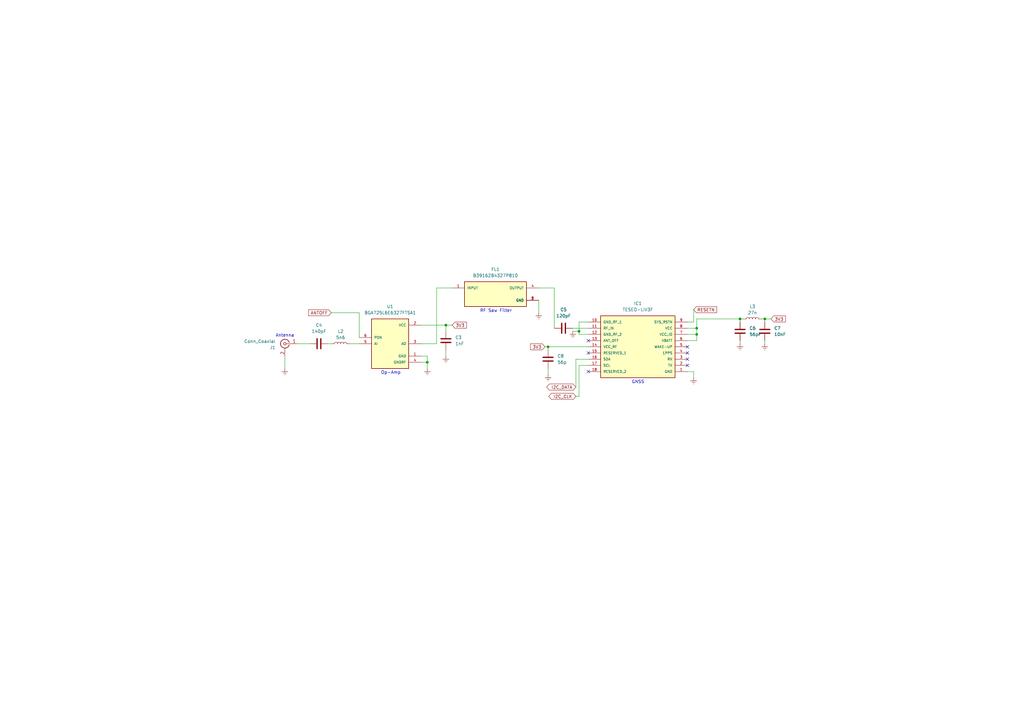
<source format=kicad_sch>
(kicad_sch (version 20230121) (generator eeschema)
  (paper "A3")
  (title_block (title "TESEO-LIV3F") (date "2023-09-20") (rev "A") (company "Illinois Space Society"))
  (lib_symbols
    (symbol "B39162B4327P810:B39162B4327P810" (pin_names (offset 1.016))
      (property "Reference" "FL" (at -12.7 5.588 0))
      (property "Value" "B39162B4327P810" (at -12.7 -7.62 0))
      (symbol "B39162B4327P810_0_0"
        (rectangle (start -12.7 -5.08) (end 12.7 5.08) (stroke (width 0.254)) (fill (type background)))
        (pin input line (at -17.78 2.54 0) (length 5.08) (name "INPUT") (number "1"))
        (pin power_in line (at 17.78 -2.54 180) (length 5.08) (name "GND") (number "2"))
        (pin power_in line (at 17.78 -2.54 180) (length 5.08) (name "GND") (number "3"))
        (pin output line (at 17.78 2.54 180) (length 5.08) (name "OUTPUT") (number "4"))
        (pin power_in line (at 17.78 -2.54 180) (length 5.08) (name "GND") (number "5"))
      )
    )
    (symbol "BGA725L6E6327FTSA1:BGA725L6E6327FTSA1" (pin_names (offset 1.016))
      (property "Reference" "U" (at -7.62 10.668 0))
      (property "Value" "BGA725L6E6327FTSA1" (at -7.62 -12.7 0))
      (symbol "BGA725L6E6327FTSA1_0_0"
        (rectangle (start -7.62 -10.16) (end 7.62 10.16) (stroke (width 0.254)) (fill (type background)))
        (pin power_in line (at 12.7 -5.08 180) (length 5.08) (name "GND") (number "1"))
        (pin power_in line (at 12.7 7.62 180) (length 5.08) (name "VCC") (number "2"))
        (pin output line (at 12.7 0 180) (length 5.08) (name "AO") (number "3"))
        (pin power_in line (at 12.7 -7.62 180) (length 5.08) (name "GNDRF") (number "4"))
        (pin input line (at -12.7 0 0) (length 5.08) (name "AI") (number "5"))
        (pin input line (at -12.7 2.54 0) (length 5.08) (name "PON") (number "6"))
      )
    )
    (symbol "Connector:Conn_Coaxial" (pin_names (offset 1.016) hide)
      (property "Reference" "J" (at 0.254 3.048 0))
      (property "Value" "Conn_Coaxial" (at 2.921 0 90))
      (symbol "Conn_Coaxial_0_1"
        (arc (start -1.778 -0.508) (mid 0.2311 -1.8066) (end 1.778 0) (stroke (width 0.254)))
        (polyline (pts (xy -2.54 0) (xy -0.508 0)))
        (polyline (pts (xy 0 -2.54) (xy 0 -1.778)))
        (circle (center 0 0) (radius 0.508) (stroke (width 0.2032)))
        (arc (start 1.778 0) (mid 0.2099 1.8101) (end -1.778 0.508) (stroke (width 0.254)))
      )
      (symbol "Conn_Coaxial_1_1"
        (pin passive line (at -5.08 0 0) (length 2.54) (name "In") (number "1"))
        (pin passive line (at 0 -5.08 90) (length 2.54) (name "Ext") (number "2"))
      )
    )
    (symbol "Device:C" (pin_numbers hide) (pin_names (offset 0.254))
      (property "Reference" "C" (at 0.635 2.54 0))
      (property "Value" "C" (at 0.635 -2.54 0))
      (symbol "C_0_1"
        (polyline (pts (xy -2.032 -0.762) (xy 2.032 -0.762)) (stroke (width 0.508)))
        (polyline (pts (xy -2.032 0.762) (xy 2.032 0.762)) (stroke (width 0.508)))
      )
      (symbol "C_1_1"
        (pin passive line (at 0 3.81 270) (length 2.794) (name "~") (number "1"))
        (pin passive line (at 0 -3.81 90) (length 2.794) (name "~") (number "2"))
      )
    )
    (symbol "Device:L" (pin_numbers hide) (pin_names (offset 1.016) hide)
      (property "Reference" "L" (at -1.27 0 90))
      (property "Value" "L" (at 1.905 0 90))
      (symbol "L_0_1"
        (arc (start 0 -2.54) (mid 0.6323 -1.905) (end 0 -1.27))
        (arc (start 0 -1.27) (mid 0.6323 -0.635) (end 0 0))
        (arc (start 0 0) (mid 0.6323 0.635) (end 0 1.27))
        (arc (start 0 1.27) (mid 0.6323 1.905) (end 0 2.54))
      )
      (symbol "L_1_1"
        (pin passive line (at 0 3.81 270) (length 1.27) (name "1") (number "1"))
        (pin passive line (at 0 -3.81 90) (length 1.27) (name "2") (number "2"))
      )
    )
    (symbol "TESEO-LIV3F:TESEO-LIV3F" (pin_names (offset 1.016))
      (property "Reference" "IC" (at 6.35 5.08 0))
      (property "Value" "TESEO-LIV3F" (at 26.67 -25.4 0))
      (symbol "TESEO-LIV3F_0_0"
        (rectangle (start 5.08 -22.86) (end 35.56 2.54) (stroke (width 0.254)) (fill (type background)))
        (pin bidirectional line (at 0 0 0) (length 5.08) (name "GND") (number "1"))
        (pin bidirectional line (at 40.64 -20.32 180) (length 5.08) (name "GND_RF_1") (number "10"))
        (pin bidirectional line (at 40.64 -17.78 180) (length 5.08) (name "RF_IN") (number "11"))
        (pin bidirectional line (at 40.64 -15.24 180) (length 5.08) (name "GND_RF_2") (number "12"))
        (pin bidirectional line (at 40.64 -12.7 180) (length 5.08) (name "ANT_OFF") (number "13"))
        (pin bidirectional line (at 40.64 -10.16 180) (length 5.08) (name "VCC_RF") (number "14"))
        (pin bidirectional line (at 40.64 -7.62 180) (length 5.08) (name "RESERVED_1") (number "15"))
        (pin bidirectional line (at 40.64 -5.08 180) (length 5.08) (name "SDA") (number "16"))
        (pin bidirectional line (at 40.64 -2.54 180) (length 5.08) (name "SCL") (number "17"))
        (pin bidirectional line (at 40.64 0 180) (length 5.08) (name "RESERVED_2") (number "18"))
        (pin bidirectional line (at 0 -2.54 0) (length 5.08) (name "TX") (number "2"))
        (pin bidirectional line (at 0 -5.08 0) (length 5.08) (name "RX") (number "3"))
        (pin bidirectional line (at 0 -7.62 0) (length 5.08) (name "1PPS") (number "4"))
        (pin bidirectional line (at 0 -10.16 0) (length 5.08) (name "WAKE-UP") (number "5"))
        (pin bidirectional line (at 0 -12.7 0) (length 5.08) (name "VBATT") (number "6"))
        (pin bidirectional line (at 0 -15.24 0) (length 5.08) (name "VCC_IO") (number "7"))
        (pin bidirectional line (at 0 -17.78 0) (length 5.08) (name "VCC") (number "8"))
        (pin bidirectional line (at 0 -20.32 0) (length 5.08) (name "SYS_RSTN") (number "9"))
      )
    )
    (symbol "power:Earth" (power) (pin_names (offset 0))
      (symbol "Earth_0_1"
        (polyline (pts (xy -0.635 -1.905) (xy 0.635 -1.905)))
        (polyline (pts (xy -0.127 -2.54) (xy 0.127 -2.54)))
        (polyline (pts (xy 0 -1.27) (xy 0 0)))
        (polyline (pts (xy 1.27 -1.27) (xy -1.27 -1.27)))
      )
      (symbol "Earth_1_1"
        (pin power_in line (at 0 0 270) (length 0) hide (name "Earth") (number "1"))
      )
    )
    (symbol "power:GNDREF" (power) (pin_names (offset 0))
      (property "Value" "GNDREF" (at 0 -3.81 0))
      (symbol "GNDREF_0_1"
        (polyline (pts (xy -0.635 -1.905) (xy 0.635 -1.905)))
        (polyline (pts (xy -0.127 -2.54) (xy 0.127 -2.54)))
        (polyline (pts (xy 0 -1.27) (xy 0 0)))
        (polyline (pts (xy 1.27 -1.27) (xy -1.27 -1.27)))
      )
      (symbol "GNDREF_1_1"
        (pin power_in line (at 0 0 270) (length 0) hide (name "GNDREF") (number "1"))
      )
    )
  )
  (junction (at 285.75 134.62))
  (junction (at 224.79 142.24))
  (junction (at 182.88 133.35))
  (junction (at 237.49 135.89))
  (junction (at 303.53 130.81))
  (junction (at 285.75 137.16))
  (junction (at 175.26 148.59))
  (junction (at 313.69 130.81))
  (no_connect (at 241.3 139.7))
  (no_connect (at 281.94 149.86))
  (no_connect (at 281.94 142.24))
  (no_connect (at 241.3 144.78))
  (no_connect (at 281.94 144.78))
  (no_connect (at 281.94 147.32))
  (no_connect (at 241.3 152.4))
  (wire (pts (xy 147.32 128.27) (xy 147.32 138.43)))
  (wire (pts (xy 172.72 146.05) (xy 175.26 146.05)))
  (wire (pts (xy 285.75 137.16) (xy 285.75 139.7)))
  (wire (pts (xy 175.26 146.05) (xy 175.26 148.59)))
  (wire (pts (xy 224.79 142.24) (xy 224.79 143.51)))
  (wire (pts (xy 237.49 149.86) (xy 241.3 149.86)))
  (wire (pts (xy 313.69 139.7) (xy 313.69 140.97)))
  (wire (pts (xy 227.33 118.11) (xy 227.33 134.62)))
  (wire (pts (xy 312.42 130.81) (xy 313.69 130.81)))
  (wire (pts (xy 172.72 133.35) (xy 182.88 133.35)))
  (wire (pts (xy 303.53 139.7) (xy 303.53 140.97)))
  (wire (pts (xy 285.75 137.16) (xy 281.94 137.16)))
  (wire (pts (xy 220.98 118.11) (xy 227.33 118.11)))
  (wire (pts (xy 135.89 128.27) (xy 147.32 128.27)))
  (wire (pts (xy 313.69 130.81) (xy 316.23 130.81)))
  (wire (pts (xy 179.07 140.97) (xy 179.07 118.11)))
  (wire (pts (xy 236.22 162.56) (xy 237.49 162.56)))
  (wire (pts (xy 303.53 130.81) (xy 304.8 130.81)))
  (wire (pts (xy 224.79 142.24) (xy 241.3 142.24)))
  (wire (pts (xy 285.75 139.7) (xy 281.94 139.7)))
  (wire (pts (xy 223.52 142.24) (xy 224.79 142.24)))
  (wire (pts (xy 285.75 134.62) (xy 285.75 137.16)))
  (wire (pts (xy 116.84 146.05) (xy 116.84 151.13)))
  (wire (pts (xy 234.95 134.62) (xy 241.3 134.62)))
  (wire (pts (xy 284.48 132.08) (xy 281.94 132.08)))
  (wire (pts (xy 179.07 118.11) (xy 185.42 118.11)))
  (wire (pts (xy 313.69 130.81) (xy 313.69 132.08)))
  (wire (pts (xy 237.49 137.16) (xy 241.3 137.16)))
  (wire (pts (xy 284.48 152.4) (xy 284.48 154.94)))
  (wire (pts (xy 285.75 130.81) (xy 285.75 134.62)))
  (wire (pts (xy 143.51 140.97) (xy 147.32 140.97)))
  (wire (pts (xy 281.94 134.62) (xy 285.75 134.62)))
  (wire (pts (xy 220.98 123.19) (xy 220.98 128.27)))
  (wire (pts (xy 134.62 140.97) (xy 135.89 140.97)))
  (wire (pts (xy 285.75 130.81) (xy 303.53 130.81)))
  (wire (pts (xy 236.22 147.32) (xy 241.3 147.32)))
  (wire (pts (xy 236.22 158.75) (xy 236.22 147.32)))
  (wire (pts (xy 172.72 140.97) (xy 179.07 140.97)))
  (wire (pts (xy 241.3 132.08) (xy 237.49 132.08)))
  (wire (pts (xy 237.49 135.89) (xy 237.49 137.16)))
  (wire (pts (xy 182.88 133.35) (xy 182.88 135.89)))
  (wire (pts (xy 175.26 148.59) (xy 175.26 151.13)))
  (wire (pts (xy 237.49 132.08) (xy 237.49 135.89)))
  (wire (pts (xy 224.79 151.13) (xy 224.79 153.67)))
  (wire (pts (xy 284.48 127) (xy 284.48 132.08)))
  (wire (pts (xy 303.53 130.81) (xy 303.53 132.08)))
  (wire (pts (xy 234.95 135.89) (xy 237.49 135.89)))
  (wire (pts (xy 182.88 133.35) (xy 185.42 133.35)))
  (wire (pts (xy 237.49 162.56) (xy 237.49 149.86)))
  (wire (pts (xy 281.94 152.4) (xy 284.48 152.4)))
  (wire (pts (xy 172.72 148.59) (xy 175.26 148.59)))
  (wire (pts (xy 182.88 143.51) (xy 182.88 146.05)))
  (wire (pts (xy 121.92 140.97) (xy 127 140.97)))
  (text "Antenna" (at 113.03 138.43 0) (effects (font (size 1.27 1.27)) (justify left bottom)))
  (text "RF Saw Filter" (at 196.85 128.27 0) (effects (font (size 1.27 1.27)) (justify left bottom)))
  (text "Op-Amp" (at 156.21 153.67 0) (effects (font (size 1.27 1.27)) (justify left bottom)))
  (text "GNSS" (at 259.08 157.48 0) (effects (font (size 1.27 1.27)) (justify left bottom)))
  (global_label "3V3" (shape input) (at 223.52 142.24 180) (property "Intersheetrefs" "${INTERSHEET_REFS}" (effects hide)))
  (global_label "3V3" (shape input) (at 316.23 130.81 0) (property "Intersheetrefs" "${INTERSHEET_REFS}" (effects hide)))
  (global_label "ANTOFF" (shape input) (at 135.89 128.27 180) (property "Intersheetrefs" "${INTERSHEET_REFS}" (effects hide)))
  (global_label "3V3" (shape input) (at 185.42 133.35 0) (property "Intersheetrefs" "${INTERSHEET_REFS}" (effects hide)))
  (global_label "I2C_CLK" (shape bidirectional) (at 236.22 162.56 180) (property "Intersheetrefs" "${INTERSHEET_REFS}" (effects hide)))
  (global_label "RESETN" (shape input) (at 284.48 127 0) (property "Intersheetrefs" "${INTERSHEET_REFS}" (effects hide)))
  (global_label "I2C_DATA" (shape bidirectional) (at 236.22 158.75 180) (property "Intersheetrefs" "${INTERSHEET_REFS}" (effects hide)))
  (symbol (lib_id "Device:C") (at 182.88 139.7 180) (unit 1)
    (property "Reference" "C3" (at 186.69 138.43 0) (effects (justify right)))
    (property "Value" "1nF" (at 186.69 140.97 0) (effects (justify right)))
    (property "Footprint" "Capacitor_SMD:C_0603_1608Metric_Pad1.08x0.95mm_HandSolder" (effects hide))
  )
  (symbol (lib_id "power:Earth") (at 220.98 128.27 0) (unit 1)
    (property "Reference" "#PWR012" (effects hide))
    (property "Value" "Earth" (effects hide))
  )
  (symbol (lib_id "Device:C") (at 303.53 135.89 0) (unit 1)
    (property "Reference" "C6" (at 307.34 134.62 0) (effects (justify left)))
    (property "Value" "56pF" (at 307.34 137.16 0) (effects (justify left)))
    (property "Footprint" "Capacitor_SMD:C_0603_1608Metric_Pad1.08x0.95mm_HandSolder" (effects hide))
  )
  (symbol (lib_id "Device:C") (at 313.69 135.89 0) (unit 1)
    (property "Reference" "C7" (at 317.5 134.62 0) (effects (justify left)))
    (property "Value" "10nF" (at 317.5 137.16 0) (effects (justify left)))
    (property "Footprint" "Capacitor_SMD:C_0603_1608Metric_Pad1.08x0.95mm_HandSolder" (effects hide))
  )
  (symbol (lib_id "Device:L") (at 308.61 130.81 90) (unit 1)
    (property "Reference" "L3" (at 308.61 125.73 90))
    (property "Value" "27n" (at 308.61 128.27 90))
    (property "Footprint" "Inductor_SMD:L_0603_1608Metric_Pad1.05x0.95mm_HandSolder" (effects hide))
  )
  (symbol (lib_id "Device:C") (at 231.14 134.62 90) (unit 1)
    (property "Reference" "C5" (at 231.14 127 90))
    (property "Value" "120pF" (at 231.14 129.54 90))
    (property "Footprint" "Capacitor_SMD:C_0603_1608Metric_Pad1.08x0.95mm_HandSolder" (effects hide))
  )
  (symbol (lib_id "power:Earth") (at 224.79 153.67 0) (unit 1)
    (property "Reference" "#PWR03" (effects hide))
    (property "Value" "Earth" (effects hide))
  )
  (symbol (lib_id "Device:C") (at 130.81 140.97 90) (unit 1)
    (property "Reference" "C4" (at 130.81 133.35 90))
    (property "Value" "140pF" (at 130.81 135.89 90))
    (property "Footprint" "Capacitor_SMD:C_0603_1608Metric_Pad1.08x0.95mm_HandSolder" (effects hide))
  )
  (symbol (lib_id "power:Earth") (at 313.69 140.97 0) (unit 1)
    (property "Reference" "#PWR05" (effects hide))
    (property "Value" "Earth" (effects hide))
  )
  (symbol (lib_id "power:Earth") (at 182.88 146.05 0) (unit 1)
    (property "Reference" "#PWR011" (effects hide))
    (property "Value" "Earth" (effects hide))
  )
  (symbol (lib_id "TESEO-LIV3F:TESEO-LIV3F") (at 281.94 152.4 180) (unit 1)
    (property "Reference" "IC1" (at 261.62 124.46 0))
    (property "Value" "TESEO-LIV3F" (at 261.62 127 0))
    (property "Footprint" "TESEO_LIV3F:SON110P970X1010X230-18N" (effects hide))
    (property "MANUFACTURER_NAME" "STMicroelectronics" (effects hide))
    (property "MF" "STMicroelectronics" (effects hide))
    (property "MOUSER_PRICE-STOCK" "https://www.mouser.com/Search/Refine.aspx?Keyword=511-TESEO-LIV3F" (effects hide))
    (property "DESCRIPTION" "GPS Modules Tiny GNSS module" (effects hide))
    (property "MOUSER_PART_NUMBER" "511-TESEO-LIV3F" (effects hide))
    (property "Price" "None" (effects hide))
    (property "Package" "SMD-18 STMicroelectronics" (effects hide))
    (property "Check_prices" "https://www.snapeda.com/parts/TESEO-LIV3F/STMicroelectronics/view-part/?ref=eda" (effects hide))
    (property "HEIGHT" "2.3mm" (effects hide))
    (property "SnapEDA_Link" "https://www.snapeda.com/parts/TESEO-LIV3F/STMicroelectronics/view-part/?ref=snap" (effects hide))
    (property "MP" "TESEO-LIV3F" (effects hide))
    (property "Purchase-URL" "https://www.snapeda.com/api/url_track_click_mouser/?unipart_id=1474256&manufacturer=STMicroelectronics&part_name=TESEO-LIV3F&search_term=teseo-liv3f" (effects hide))
    (property "Description" "\nseries RF Receiver BeiDou, Galileo, GLONASS, GNSS, GPS 1.575GHz -163dBm - - 18-LCC (9.7x10.1)\n" (effects hide))
    (property "Availability" "In Stock" (effects hide))
    (property "MANUFACTURER_PART_NUMBER" "TESEO-LIV3F" (effects hide))
    (instances (project "MIDAS-MK1" (path "" (reference "IC1") (unit 1)) (path "" (reference "IC2") (unit 1))))
  )
  (symbol (lib_id "Device:C") (at 224.79 147.32 0) (unit 1)
    (property "Reference" "C8" (at 228.6 146.05 0) (effects (justify left)))
    (property "Value" "56p" (at 228.6 148.59 0) (effects (justify left)))
    (property "Footprint" "Capacitor_SMD:C_0603_1608Metric_Pad1.08x0.95mm_HandSolder" (effects hide))
  )
  (symbol (lib_id "power:Earth") (at 234.95 135.89 0) (unit 1)
    (property "Reference" "#PWR01" (effects hide))
    (property "Value" "Earth" (effects hide))
  )
  (symbol (lib_id "B39162B4327P810:B39162B4327P810") (at 203.2 120.65 0) (unit 1)
    (property "Reference" "FL1" (at 203.2 110.49 0))
    (property "Value" "B39162B4327P810" (at 203.2 113.03 0))
    (property "Footprint" "B4327:FIL_B39162B4327P810" (effects hide))
    (property "DigiKey_Part_Number" "495-7424-2-ND" (effects hide))
    (property "MF" "Qualcomm (RF360" (effects hide))
    (property "MAXIMUM_PACKAGE_HEIGHT" "0.45mm" (effects hide))
    (property "Package" "SMD-5 Qualcomm (RF360" (effects hide))
    (property "Check_prices" "https://www.snapeda.com/parts/B39162B4327P810/Qualcomm+%2528RF360+-+A+Qualcomm+%2526+TDK+Joint+Venture%2529/view-part/?ref=eda" (effects hide))
    (property "STANDARD" "Manufacturer Recommendations" (effects hide))
    (property "PARTREV" "October 25, 2019" (effects hide))
    (property "SnapEDA_Link" "https://www.snapeda.com/parts/B39162B4327P810/Qualcomm+%2528RF360+-+A+Qualcomm+%2526+TDK+Joint+Venture%2529/view-part/?ref=snap" (effects hide))
    (property "MP" "B39162B4327P810" (effects hide))
    (property "Purchase-URL" "https://www.snapeda.com/api/url_track_click_mouser/?unipart_id=536999&manufacturer=Qualcomm (RF360&part_name=B39162B4327P810&search_term=None" (effects hide))
    (property "Description" "\nFrequency RF SAW Filter (Surface Acoustic Wave) Bandwidth 5-SMD, No Lead\n" (effects hide))
    (property "MANUFACTURER" "Qualcomm" (effects hide))
  )
  (symbol (lib_id "BGA725L6E6327FTSA1:BGA725L6E6327FTSA1") (at 160.02 140.97 0) (unit 1)
    (property "Reference" "U1" (at 160.02 125.73 0))
    (property "Value" "BGA725L6E6327FTSA1" (at 160.02 128.27 0))
    (property "Footprint" "BGA725L6:AMP_BGA725L6E6327FTSA1" (effects hide))
    (property "MF" "Infineon Technologies" (effects hide))
    (property "MAXIMUM_PACKAGE_HEIGHT" "0.4mm" (effects hide))
    (property "Package" "XFDFN-6 Infineon Technologies" (effects hide))
    (property "Price" "None" (effects hide))
    (property "Check_prices" "https://www.snapeda.com/parts/BGA725L6E6327FTSA1/Infineon+Technologies/view-part/?ref=eda" (effects hide))
    (property "STANDARD" "Manufacturer Recommendations" (effects hide))
    (property "PARTREV" "2.0" (effects hide))
    (property "SnapEDA_Link" "https://www.snapeda.com/parts/BGA725L6E6327FTSA1/Infineon+Technologies/view-part/?ref=snap" (effects hide))
    (property "MP" "BGA725L6E6327FTSA1" (effects hide))
    (property "Purchase-URL" "https://www.snapeda.com/api/url_track_click_mouser/?unipart_id=426432&manufacturer=Infineon Technologies&part_name=BGA725L6E6327FTSA1&search_term=None" (effects hide))
    (property "Description" "\nThe BGA725L6 is a front-end low noise amplifier for Global Navigation Satellite Systems (GNSS) from 1550 MHz to 1615 MHz like GPS, GLONASS, Beidou, Galileo and others.\n" (effects hide))
    (property "Availability" "In Stock" (effects hide))
    (property "MANUFACTURER" "Infineon" (effects hide))
  )
  (symbol (lib_id "power:Earth") (at 303.53 140.97 0) (unit 1)
    (property "Reference" "#PWR04" (effects hide))
    (property "Value" "Earth" (effects hide))
  )
  (symbol (lib_id "power:Earth") (at 116.84 151.13 0) (unit 1)
    (property "Reference" "#PWR013" (effects hide))
    (property "Value" "Earth" (effects hide))
  )
  (symbol (lib_id "power:Earth") (at 175.26 151.13 0) (unit 1)
    (property "Reference" "#PWR010" (effects hide))
    (property "Value" "Earth" (effects hide))
  )
  (symbol (lib_id "power:GNDREF") (at 284.48 154.94 0) (unit 1)
    (property "Reference" "#PWR06" (effects hide))
    (property "Value" "GNDREF" (effects hide))
  )
  (symbol (lib_id "Device:L") (at 139.7 140.97 90) (unit 1)
    (property "Reference" "L2" (at 139.7 135.89 90))
    (property "Value" "5n6" (at 139.7 138.43 90))
    (property "Footprint" "Inductor_SMD:L_0603_1608Metric_Pad1.05x0.95mm_HandSolder" (effects hide))
  )
  (symbol (lib_id "Connector:Conn_Coaxial") (at 116.84 140.97 0) (mirror y) (unit 1)
    (property "Reference" "J1" (at 113.03 142.5332 0) (effects (justify left)))
    (property "Value" "Conn_Coaxial" (at 113.03 139.9932 0) (effects (justify left)))
    (property "Footprint" "Connector_Coaxial:SMA_Amphenol_901-143_Horizontal" (effects hide))
    (property "Datasheet" " ~" (effects hide))
  )
)
</source>
